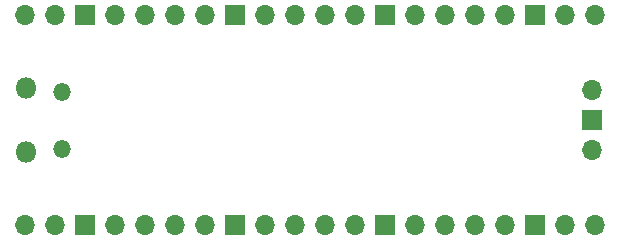
<source format=gbr>
%TF.GenerationSoftware,KiCad,Pcbnew,8.0.6*%
%TF.CreationDate,2025-05-31T15:30:40+01:00*%
%TF.ProjectId,Leo_Ground,4c656f5f-4772-46f7-956e-642e6b696361,rev?*%
%TF.SameCoordinates,Original*%
%TF.FileFunction,Soldermask,Bot*%
%TF.FilePolarity,Negative*%
%FSLAX46Y46*%
G04 Gerber Fmt 4.6, Leading zero omitted, Abs format (unit mm)*
G04 Created by KiCad (PCBNEW 8.0.6) date 2025-05-31 15:30:40*
%MOMM*%
%LPD*%
G01*
G04 APERTURE LIST*
%ADD10O,1.800000X1.800000*%
%ADD11O,1.500000X1.500000*%
%ADD12O,1.700000X1.700000*%
%ADD13R,1.700000X1.700000*%
G04 APERTURE END LIST*
D10*
%TO.C,U1*%
X119890000Y-97615000D03*
D11*
X122920000Y-97315000D03*
X122920000Y-92465000D03*
D10*
X119890000Y-92165000D03*
D12*
X119760000Y-103780000D03*
X122300000Y-103780000D03*
D13*
X124840000Y-103780000D03*
D12*
X127380000Y-103780000D03*
X129920000Y-103780000D03*
X132460000Y-103780000D03*
X135000000Y-103780000D03*
D13*
X137540000Y-103780000D03*
D12*
X140080000Y-103780000D03*
X142620000Y-103780000D03*
X145160000Y-103780000D03*
X147700000Y-103780000D03*
D13*
X150240000Y-103780000D03*
D12*
X152780000Y-103780000D03*
X155320000Y-103780000D03*
X157860000Y-103780000D03*
X160400000Y-103780000D03*
D13*
X162940000Y-103780000D03*
D12*
X165480000Y-103780000D03*
X168020000Y-103780000D03*
X168020000Y-86000000D03*
X165480000Y-86000000D03*
D13*
X162940000Y-86000000D03*
D12*
X160400000Y-86000000D03*
X157860000Y-86000000D03*
X155320000Y-86000000D03*
X152780000Y-86000000D03*
D13*
X150240000Y-86000000D03*
D12*
X147700000Y-86000000D03*
X145160000Y-86000000D03*
X142620000Y-86000000D03*
X140080000Y-86000000D03*
D13*
X137540000Y-86000000D03*
D12*
X135000000Y-86000000D03*
X132460000Y-86000000D03*
X129920000Y-86000000D03*
X127380000Y-86000000D03*
D13*
X124840000Y-86000000D03*
D12*
X122300000Y-86000000D03*
X119760000Y-86000000D03*
X167790000Y-97430000D03*
D13*
X167790000Y-94890000D03*
D12*
X167790000Y-92350000D03*
%TD*%
M02*

</source>
